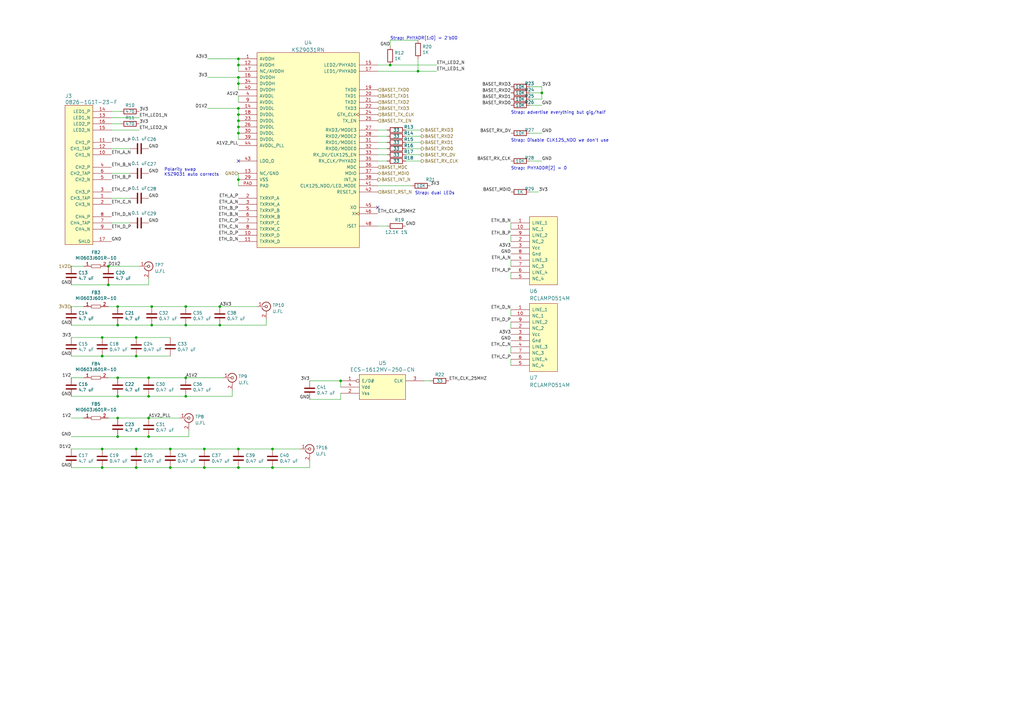
<source format=kicad_sch>
(kicad_sch (version 20211123) (generator eeschema)
  (paper "A3")
  (title_block (title "BaseT to BaseT1 Media Converter") (date "2024-01-25") (rev "0.1") (company "Antikernel Labs") (comment 1 "Andrew D. Zonenberg"))
  (lib_symbols
    (symbol "conn:CONN_COAXIAL" (pin_names (offset 1.016) hide)
      (property "Reference" "J" (at 0.254 3.048 0))
      (property "Value" "CONN_COAXIAL" (at 2.921 0 90))
      (symbol "CONN_COAXIAL_0_1"
        (arc (start -1.778 -0.508) (mid 0.222 -1.808) (end 1.778 0) (stroke (width 0.254)))
        (polyline (pts (xy -1.27 0) (xy -0.508 0)))
        (polyline (pts (xy 0 -2.54) (xy 0 -1.778)))
        (circle (center 0 0) (radius 0.508) (stroke (width 0.2032)))
        (arc (start 1.778 0) (mid 0.2221 1.8083) (end -1.778 0.508) (stroke (width 0.254)))
      )
      (symbol "CONN_COAXIAL_1_1"
        (pin passive line (at -3.81 0 0) (length 2.54) (name "In") (number "1"))
        (pin passive line (at 0 -5.08 90) (length 2.54) (name "Ext") (number "2"))
      )
    )
    (symbol "device:C" (pin_numbers hide) (pin_names (offset 0.254))
      (property "Reference" "C" (at 0.635 2.54 0))
      (property "Value" "C" (at 0.635 -2.54 0))
      (symbol "C_0_1"
        (polyline (pts (xy -2.032 -0.762) (xy 2.032 -0.762)) (stroke (width 0.508)))
        (polyline (pts (xy -2.032 0.762) (xy 2.032 0.762)) (stroke (width 0.508)))
      )
      (symbol "C_1_1"
        (pin passive line (at 0 3.81 270) (length 2.794) (name "~") (number "1"))
        (pin passive line (at 0 -3.81 90) (length 2.794) (name "~") (number "2"))
      )
    )
    (symbol "device:R" (pin_numbers hide) (pin_names (offset 0))
      (property "Reference" "R" (at 2.032 0 90))
      (property "Value" "R" (at 0 0 90))
      (symbol "R_0_1"
        (rectangle (start -1.016 -2.54) (end 1.016 2.54) (stroke (width 0.254)))
      )
      (symbol "R_1_1"
        (pin passive line (at 0 3.81 270) (length 1.27) (name "~") (number "1"))
        (pin passive line (at 0 -3.81 90) (length 1.27) (name "~") (number "2"))
      )
    )
    (symbol "osc-azonenberg:OSC" (pin_names (offset 1.016))
      (property "Reference" "U" (at 0 0 0))
      (property "Value" "OSC" (at 0 -2.54 0))
      (symbol "OSC_0_1"
        (rectangle (start -10.16 2.54) (end 8.89 -7.62) (fill (type background)))
      )
      (symbol "OSC_1_1"
        (pin input inverted (at -17.78 0 0) (length 7.62) (name "E/D#") (number "1"))
        (pin input line (at -17.78 -5.08 0) (length 7.62) (name "Vss") (number "2"))
        (pin output line (at 16.51 0 180) (length 7.62) (name "CLK") (number "3"))
        (pin power_in line (at -17.78 -2.54 0) (length 7.62) (name "Vdd") (number "4"))
      )
    )
    (symbol "passive-azonenberg:FERRITE_SMALL2" (pin_names (offset 1.016))
      (property "Reference" "FB" (at 0 2.54 0))
      (property "Value" "FERRITE_SMALL2" (at 0 -2.54 0))
      (symbol "FERRITE_SMALL2_0_1"
        (rectangle (start -1.905 0.635) (end 1.905 -0.635))
      )
      (symbol "FERRITE_SMALL2_1_1"
        (pin input line (at -5.08 0 0) (length 3.175) (name "~") (number "1"))
        (pin power_out line (at 5.08 0 180) (length 3.175) (name "~") (number "2"))
      )
    )
    (symbol "special-azonenberg:BEL_FUSE_0826-1G1T-23-F" (pin_names (offset 1.016))
      (property "Reference" "J" (at -8.89 -5.08 0))
      (property "Value" "BEL_FUSE_0826-1G1T-23-F" (at 10.16 -5.08 0))
      (symbol "BEL_FUSE_0826-1G1T-23-F_0_1"
        (rectangle (start 0 53.34) (end 11.43 -3.81) (fill (type background)))
      )
      (symbol "BEL_FUSE_0826-1G1T-23-F_1_1"
        (pin bidirectional line (at -7.62 15.24 0) (length 7.62) (name "CH3_TAP") (number "1"))
        (pin bidirectional line (at -7.62 33.02 0) (length 7.62) (name "CH1_N") (number "10"))
        (pin bidirectional line (at -7.62 38.1 0) (length 7.62) (name "CH1_P") (number "11"))
        (pin bidirectional line (at -7.62 35.56 0) (length 7.62) (name "CH1_TAP") (number "12"))
        (pin passive line (at -7.62 48.26 0) (length 7.62) (name "LED1_N") (number "13"))
        (pin passive line (at -7.62 50.8 0) (length 7.62) (name "LED1_P") (number "14"))
        (pin passive line (at -7.62 43.18 0) (length 7.62) (name "LED2_N") (number "15"))
        (pin passive line (at -7.62 45.72 0) (length 7.62) (name "LED2_P") (number "16"))
        (pin passive line (at -7.62 -2.54 0) (length 7.62) (name "SHLD") (number "17"))
        (pin bidirectional line (at -7.62 12.7 0) (length 7.62) (name "CH3_N") (number "2"))
        (pin bidirectional line (at -7.62 17.78 0) (length 7.62) (name "CH3_P") (number "3"))
        (pin bidirectional line (at -7.62 27.94 0) (length 7.62) (name "CH2_P") (number "4"))
        (pin bidirectional line (at -7.62 22.86 0) (length 7.62) (name "CH2_N") (number "5"))
        (pin bidirectional line (at -7.62 25.4 0) (length 7.62) (name "CH2_TAP") (number "6"))
        (pin bidirectional line (at -7.62 5.08 0) (length 7.62) (name "CH4_TAP") (number "7"))
        (pin bidirectional line (at -7.62 7.62 0) (length 7.62) (name "CH4_P") (number "8"))
        (pin bidirectional line (at -7.62 2.54 0) (length 7.62) (name "CH4_N") (number "9"))
      )
    )
    (symbol "special-azonenberg:KSZ9031RN" (pin_names (offset 1.016))
      (property "Reference" "U" (at 19.05 -2.54 0))
      (property "Value" "KSZ9031RN" (at 19.05 -5.08 0))
      (symbol "KSZ9031RN_0_1"
        (rectangle (start 0 80.01) (end 41.91 0) (fill (type background)))
      )
      (symbol "KSZ9031RN_1_1"
        (pin power_in line (at -7.62 77.47 0) (length 7.62) (name "AVDDH") (number "1"))
        (pin bidirectional line (at -7.62 5.08 0) (length 7.62) (name "TXRXP_D") (number "10"))
        (pin bidirectional line (at -7.62 2.54 0) (length 7.62) (name "TXRXM_D") (number "11"))
        (pin power_in line (at -7.62 74.93 0) (length 7.62) (name "AVDDH") (number "12"))
        (pin passive line (at -7.62 30.48 0) (length 7.62) (name "NC/GND") (number "13"))
        (pin power_in line (at -7.62 57.15 0) (length 7.62) (name "DVDDL") (number "14"))
        (pin bidirectional line (at 49.53 74.93 180) (length 7.62) (name "LED2/PHYAD1") (number "15"))
        (pin power_in line (at -7.62 69.85 0) (length 7.62) (name "DVDDH") (number "16"))
        (pin bidirectional line (at 49.53 72.39 180) (length 7.62) (name "LED1/PHYAD0") (number "17"))
        (pin power_in line (at -7.62 54.61 0) (length 7.62) (name "DVDDL") (number "18"))
        (pin input line (at 49.53 64.77 180) (length 7.62) (name "TXD0") (number "19"))
        (pin bidirectional line (at -7.62 20.32 0) (length 7.62) (name "TXRXP_A") (number "2"))
        (pin input line (at 49.53 62.23 180) (length 7.62) (name "TXD1") (number "20"))
        (pin input line (at 49.53 59.69 180) (length 7.62) (name "TXD2") (number "21"))
        (pin input line (at 49.53 57.15 180) (length 7.62) (name "TXD3") (number "22"))
        (pin power_in line (at -7.62 52.07 0) (length 7.62) (name "DVDDL") (number "23"))
        (pin input clock (at 49.53 54.61 180) (length 7.62) (name "GTX_CLK") (number "24"))
        (pin input line (at 49.53 52.07 180) (length 7.62) (name "TX_EN") (number "25"))
        (pin power_in line (at -7.62 49.53 0) (length 7.62) (name "DVDDL") (number "26"))
        (pin bidirectional line (at 49.53 48.26 180) (length 7.62) (name "RXD3/MODE3") (number "27"))
        (pin bidirectional line (at 49.53 45.72 180) (length 7.62) (name "RXD2/MODE2") (number "28"))
        (pin power_in line (at -7.62 27.94 0) (length 7.62) (name "VSS") (number "29"))
        (pin bidirectional line (at -7.62 17.78 0) (length 7.62) (name "TXRXM_A") (number "3"))
        (pin power_in line (at -7.62 46.99 0) (length 7.62) (name "DVDDL") (number "30"))
        (pin bidirectional line (at 49.53 43.18 180) (length 7.62) (name "RXD1/MODE1") (number "31"))
        (pin bidirectional line (at 49.53 40.64 180) (length 7.62) (name "RXD0/MODE0") (number "32"))
        (pin bidirectional line (at 49.53 38.1 180) (length 7.62) (name "RX_DV/CLK125_EN") (number "33"))
        (pin power_in line (at -7.62 67.31 0) (length 7.62) (name "DVDDH") (number "34"))
        (pin bidirectional line (at 49.53 35.56 180) (length 7.62) (name "RX_CLK/PHYAD2") (number "35"))
        (pin input line (at 49.53 33.02 180) (length 7.62) (name "MDC") (number "36"))
        (pin bidirectional line (at 49.53 30.48 180) (length 7.62) (name "MDIO") (number "37"))
        (pin output line (at 49.53 27.94 180) (length 7.62) (name "INT_N") (number "38"))
        (pin power_in line (at -7.62 44.45 0) (length 7.62) (name "DVDDL") (number "39"))
        (pin power_in line (at -7.62 62.23 0) (length 7.62) (name "AVDDL") (number "4"))
        (pin power_in line (at -7.62 64.77 0) (length 7.62) (name "DVDDH") (number "40"))
        (pin bidirectional line (at 49.53 25.4 180) (length 7.62) (name "CLK125_NDO/LED_MODE") (number "41"))
        (pin input line (at 49.53 22.86 180) (length 7.62) (name "RESET_N") (number "42"))
        (pin power_out line (at -7.62 35.56 0) (length 7.62) (name "LDO_O") (number "43"))
        (pin power_in line (at -7.62 41.91 0) (length 7.62) (name "AVDDL_PLL") (number "44"))
        (pin output line (at 49.53 16.51 180) (length 7.62) (name "XO") (number "45"))
        (pin input clock (at 49.53 13.97 180) (length 7.62) (name "XI") (number "46"))
        (pin passive line (at -7.62 72.39 0) (length 7.62) (name "NC/AVDDH") (number "47"))
        (pin bidirectional line (at 49.53 8.89 180) (length 7.62) (name "ISET") (number "48"))
        (pin bidirectional line (at -7.62 15.24 0) (length 7.62) (name "TXRXP_B") (number "5"))
        (pin bidirectional line (at -7.62 12.7 0) (length 7.62) (name "TXRXM_B") (number "6"))
        (pin bidirectional line (at -7.62 10.16 0) (length 7.62) (name "TXRXP_C") (number "7"))
        (pin bidirectional line (at -7.62 7.62 0) (length 7.62) (name "TXRXM_C") (number "8"))
        (pin power_in line (at -7.62 59.69 0) (length 7.62) (name "AVDDL") (number "9"))
        (pin power_in line (at -7.62 25.4 0) (length 7.62) (name "PAD") (number "PAD"))
      )
    )
    (symbol "special-azonenberg:RCLAMP0514M" (pin_names (offset 1.016))
      (property "Reference" "U" (at 5.08 -1.27 0))
      (property "Value" "RCLAMP0514M" (at 6.35 -3.81 0))
      (symbol "RCLAMP0514M_0_1"
        (rectangle (start 0 27.94) (end 11.43 0) (fill (type background)))
      )
      (symbol "RCLAMP0514M_1_1"
        (pin passive line (at -7.62 25.4 0) (length 7.62) (name "LINE_1") (number "1"))
        (pin passive line (at -7.62 22.86 0) (length 7.62) (name "NC_1") (number "10"))
        (pin passive line (at -7.62 17.78 0) (length 7.62) (name "NC_2") (number "2"))
        (pin power_in line (at -7.62 15.24 0) (length 7.62) (name "Vcc") (number "3"))
        (pin passive line (at -7.62 10.16 0) (length 7.62) (name "LINE_3") (number "4"))
        (pin passive line (at -7.62 2.54 0) (length 7.62) (name "NC_4") (number "5"))
        (pin passive line (at -7.62 5.08 0) (length 7.62) (name "LINE_4") (number "6"))
        (pin passive line (at -7.62 7.62 0) (length 7.62) (name "NC_3") (number "7"))
        (pin power_in line (at -7.62 12.7 0) (length 7.62) (name "Gnd") (number "8"))
        (pin passive line (at -7.62 20.32 0) (length 7.62) (name "LINE_2") (number "9"))
      )
    )
  )
  (junction (at 97.79 34.29))
  (junction (at 90.17 133.35))
  (junction (at 48.26 179.07))
  (junction (at 97.79 191.77))
  (junction (at 41.91 146.05))
  (junction (at 76.2 125.73))
  (junction (at 97.79 44.45))
  (junction (at 44.45 116.84))
  (junction (at 97.79 26.67))
  (junction (at 111.76 184.15))
  (junction (at 83.82 184.15))
  (junction (at 97.79 24.13))
  (junction (at 55.88 191.77))
  (junction (at 60.96 154.94))
  (junction (at 97.79 184.15))
  (junction (at 76.2 162.56))
  (junction (at 62.23 133.35))
  (junction (at 41.91 184.15))
  (junction (at 48.26 154.94))
  (junction (at 90.17 125.73))
  (junction (at 97.79 73.66))
  (junction (at 62.23 125.73))
  (junction (at 139.7 156.21))
  (junction (at 48.26 162.56))
  (junction (at 76.2 154.94))
  (junction (at 160.02 26.67))
  (junction (at 55.88 184.15))
  (junction (at 60.96 162.56))
  (junction (at 83.82 191.77))
  (junction (at 97.79 46.99))
  (junction (at 76.2 133.35))
  (junction (at 222.25 38.1))
  (junction (at 48.26 171.45))
  (junction (at 97.79 31.75))
  (junction (at 60.96 179.07))
  (junction (at 41.91 138.43))
  (junction (at 60.96 171.45))
  (junction (at 111.76 191.77))
  (junction (at 69.85 191.77))
  (junction (at 44.45 109.22))
  (junction (at 97.79 52.07))
  (junction (at 48.26 133.35))
  (junction (at 41.91 191.77))
  (junction (at 171.45 29.21))
  (junction (at 97.79 49.53))
  (junction (at 55.88 146.05))
  (junction (at 48.26 125.73))
  (junction (at 69.85 184.15))
  (junction (at 55.88 138.43))
  (junction (at 97.79 54.61))
  (no_connect (at 154.94 85.09))
  (no_connect (at 97.79 66.04))
  (wire (pts (xy 171.45 29.21) (xy 179.07 29.21)))
  (wire (pts (xy 41.91 138.43) (xy 55.88 138.43)))
  (wire (pts (xy 76.2 154.94) (xy 91.44 154.94)))
  (wire (pts (xy 97.79 39.37) (xy 97.79 41.91)))
  (wire (pts (xy 60.96 116.84) (xy 60.96 114.3)))
  (wire (pts (xy 97.79 44.45) (xy 97.79 46.99)))
  (wire (pts (xy 60.96 171.45) (xy 73.66 171.45)))
  (wire (pts (xy 217.17 38.1) (xy 222.25 38.1)))
  (wire (pts (xy 97.79 73.66) (xy 97.79 76.2)))
  (wire (pts (xy 209.55 127) (xy 209.55 129.54)))
  (wire (pts (xy 85.09 31.75) (xy 97.79 31.75)))
  (wire (pts (xy 109.22 133.35) (xy 109.22 130.81)))
  (wire (pts (xy 139.7 163.83) (xy 139.7 161.29)))
  (wire (pts (xy 97.79 31.75) (xy 97.79 34.29)))
  (wire (pts (xy 45.72 48.26) (xy 57.15 48.26)))
  (wire (pts (xy 209.55 96.52) (xy 209.55 99.06)))
  (wire (pts (xy 76.2 125.73) (xy 62.23 125.73)))
  (wire (pts (xy 90.17 125.73) (xy 76.2 125.73)))
  (wire (pts (xy 60.96 162.56) (xy 76.2 162.56)))
  (wire (pts (xy 209.55 147.32) (xy 209.55 149.86)))
  (wire (pts (xy 44.45 116.84) (xy 60.96 116.84)))
  (wire (pts (xy 29.21 109.22) (xy 34.29 109.22)))
  (wire (pts (xy 217.17 40.64) (xy 222.25 40.64)))
  (wire (pts (xy 139.7 156.21) (xy 139.7 158.75)))
  (wire (pts (xy 55.88 184.15) (xy 41.91 184.15)))
  (wire (pts (xy 60.96 154.94) (xy 48.26 154.94)))
  (wire (pts (xy 158.75 63.5) (xy 154.94 63.5)))
  (wire (pts (xy 85.09 24.13) (xy 97.79 24.13)))
  (wire (pts (xy 41.91 184.15) (xy 29.21 184.15)))
  (wire (pts (xy 76.2 133.35) (xy 90.17 133.35)))
  (wire (pts (xy 222.25 38.1) (xy 222.25 35.56)))
  (wire (pts (xy 209.55 91.44) (xy 209.55 93.98)))
  (wire (pts (xy 62.23 133.35) (xy 76.2 133.35)))
  (wire (pts (xy 44.45 125.73) (xy 48.26 125.73)))
  (wire (pts (xy 168.91 76.2) (xy 154.94 76.2)))
  (wire (pts (xy 85.09 44.45) (xy 97.79 44.45)))
  (wire (pts (xy 97.79 191.77) (xy 111.76 191.77)))
  (wire (pts (xy 158.75 53.34) (xy 154.94 53.34)))
  (wire (pts (xy 41.91 191.77) (xy 55.88 191.77)))
  (wire (pts (xy 34.29 125.73) (xy 29.21 125.73)))
  (wire (pts (xy 172.72 60.96) (xy 166.37 60.96)))
  (wire (pts (xy 48.26 162.56) (xy 60.96 162.56)))
  (wire (pts (xy 45.72 53.34) (xy 57.15 53.34)))
  (wire (pts (xy 34.29 154.94) (xy 29.21 154.94)))
  (wire (pts (xy 158.75 92.71) (xy 154.94 92.71)))
  (wire (pts (xy 179.07 26.67) (xy 160.02 26.67)))
  (wire (pts (xy 45.72 45.72) (xy 49.53 45.72)))
  (wire (pts (xy 76.2 154.94) (xy 60.96 154.94)))
  (wire (pts (xy 97.79 184.15) (xy 83.82 184.15)))
  (wire (pts (xy 48.26 154.94) (xy 44.45 154.94)))
  (wire (pts (xy 83.82 191.77) (xy 97.79 191.77)))
  (wire (pts (xy 97.79 34.29) (xy 97.79 36.83)))
  (wire (pts (xy 29.21 138.43) (xy 41.91 138.43)))
  (wire (pts (xy 154.94 26.67) (xy 160.02 26.67)))
  (wire (pts (xy 158.75 60.96) (xy 154.94 60.96)))
  (wire (pts (xy 217.17 35.56) (xy 222.25 35.56)))
  (wire (pts (xy 111.76 184.15) (xy 97.79 184.15)))
  (wire (pts (xy 29.21 179.07) (xy 48.26 179.07)))
  (wire (pts (xy 90.17 125.73) (xy 105.41 125.73)))
  (wire (pts (xy 97.79 54.61) (xy 97.79 57.15)))
  (wire (pts (xy 34.29 171.45) (xy 29.21 171.45)))
  (wire (pts (xy 44.45 109.22) (xy 57.15 109.22)))
  (wire (pts (xy 127 156.21) (xy 139.7 156.21)))
  (wire (pts (xy 41.91 146.05) (xy 55.88 146.05)))
  (wire (pts (xy 60.96 171.45) (xy 48.26 171.45)))
  (wire (pts (xy 97.79 26.67) (xy 97.79 29.21)))
  (wire (pts (xy 48.26 133.35) (xy 62.23 133.35)))
  (wire (pts (xy 166.37 63.5) (xy 172.72 63.5)))
  (wire (pts (xy 158.75 58.42) (xy 154.94 58.42)))
  (wire (pts (xy 172.72 55.88) (xy 166.37 55.88)))
  (wire (pts (xy 69.85 184.15) (xy 55.88 184.15)))
  (wire (pts (xy 48.26 171.45) (xy 44.45 171.45)))
  (wire (pts (xy 97.79 46.99) (xy 97.79 49.53)))
  (wire (pts (xy 220.98 78.74) (xy 217.17 78.74)))
  (wire (pts (xy 127 191.77) (xy 127 189.23)))
  (wire (pts (xy 171.45 29.21) (xy 154.94 29.21)))
  (wire (pts (xy 83.82 184.15) (xy 69.85 184.15)))
  (wire (pts (xy 69.85 191.77) (xy 83.82 191.77)))
  (wire (pts (xy 209.55 111.76) (xy 209.55 114.3)))
  (wire (pts (xy 172.72 66.04) (xy 166.37 66.04)))
  (wire (pts (xy 76.2 162.56) (xy 95.25 162.56)))
  (wire (pts (xy 29.21 133.35) (xy 48.26 133.35)))
  (wire (pts (xy 55.88 138.43) (xy 69.85 138.43)))
  (wire (pts (xy 97.79 24.13) (xy 97.79 26.67)))
  (wire (pts (xy 29.21 116.84) (xy 44.45 116.84)))
  (wire (pts (xy 160.02 19.05) (xy 160.02 16.51)))
  (wire (pts (xy 171.45 24.13) (xy 171.45 29.21)))
  (wire (pts (xy 111.76 191.77) (xy 127 191.77)))
  (wire (pts (xy 127 163.83) (xy 139.7 163.83)))
  (wire (pts (xy 222.25 66.04) (xy 217.17 66.04)))
  (wire (pts (xy 222.25 43.18) (xy 217.17 43.18)))
  (wire (pts (xy 62.23 125.73) (xy 48.26 125.73)))
  (wire (pts (xy 55.88 146.05) (xy 69.85 146.05)))
  (wire (pts (xy 222.25 54.61) (xy 217.17 54.61)))
  (wire (pts (xy 176.53 156.21) (xy 173.99 156.21)))
  (wire (pts (xy 160.02 16.51) (xy 171.45 16.51)))
  (wire (pts (xy 97.79 52.07) (xy 97.79 54.61)))
  (wire (pts (xy 60.96 179.07) (xy 77.47 179.07)))
  (wire (pts (xy 222.25 40.64) (xy 222.25 38.1)))
  (wire (pts (xy 97.79 49.53) (xy 97.79 52.07)))
  (wire (pts (xy 209.55 132.08) (xy 209.55 134.62)))
  (wire (pts (xy 166.37 58.42) (xy 172.72 58.42)))
  (wire (pts (xy 53.34 60.96) (xy 45.72 60.96)))
  (wire (pts (xy 209.55 106.68) (xy 209.55 109.22)))
  (wire (pts (xy 90.17 133.35) (xy 109.22 133.35)))
  (wire (pts (xy 29.21 146.05) (xy 41.91 146.05)))
  (wire (pts (xy 48.26 179.07) (xy 60.96 179.07)))
  (wire (pts (xy 77.47 179.07) (xy 77.47 176.53)))
  (wire (pts (xy 45.72 81.28) (xy 53.34 81.28)))
  (wire (pts (xy 158.75 55.88) (xy 154.94 55.88)))
  (wire (pts (xy 166.37 53.34) (xy 172.72 53.34)))
  (wire (pts (xy 29.21 191.77) (xy 41.91 191.77)))
  (wire (pts (xy 29.21 162.56) (xy 48.26 162.56)))
  (wire (pts (xy 53.34 71.12) (xy 45.72 71.12)))
  (wire (pts (xy 111.76 184.15) (xy 123.19 184.15)))
  (wire (pts (xy 97.79 71.12) (xy 97.79 73.66)))
  (wire (pts (xy 209.55 142.24) (xy 209.55 144.78)))
  (wire (pts (xy 55.88 191.77) (xy 69.85 191.77)))
  (wire (pts (xy 95.25 162.56) (xy 95.25 160.02)))
  (wire (pts (xy 158.75 66.04) (xy 154.94 66.04)))
  (wire (pts (xy 53.34 91.44) (xy 45.72 91.44)))
  (wire (pts (xy 49.53 50.8) (xy 45.72 50.8)))
  (text "Strap: advertise everything but gig/half" (at 209.55 46.99 0) (effects (font (size 1.27 1.27)) (justify left bottom)))
  (text "Strap: Disable CLK125_NDO we don't use" (at 209.55 58.42 0) (effects (font (size 1.27 1.27)) (justify left bottom)))
  (text "Strap: dual LEDs" (at 170.18 80.01 0) (effects (font (size 1.27 1.27)) (justify left bottom)))
  (text "Strap: PHYADDR[2] = 0" (at 209.55 69.85 0) (effects (font (size 1.27 1.27)) (justify left bottom)))
  (text "Polarity swap\nKSZ9031 auto corrects" (at 67.31 72.39 0) (effects (font (size 1.27 1.27)) (justify left bottom)))
  (text "Strap: PHYADR[1:0] = 2'b00" (at 160.02 16.51 0) (effects (font (size 1.27 1.27)) (justify left bottom)))
  (label "A3V3" (at 209.55 101.6 180))
  (label "ETH_B_P" (at 97.79 86.36 180))
  (label "3V3" (at 29.21 138.43 180))
  (label "ETH_LED2_N" (at 57.15 53.34 0))
  (label "GND" (at 166.37 92.71 0))
  (label "GND" (at 45.72 99.06 0))
  (label "GND" (at 29.21 179.07 180))
  (label "ETH_A_N" (at 45.72 63.5 0))
  (label "3V3" (at 127 156.21 180))
  (label "ETH_D_P" (at 97.79 96.52 180))
  (label "ETH_B_N" (at 209.55 91.44 180))
  (label "ETH_C_P" (at 45.72 78.74 0))
  (label "ETH_C_N" (at 45.72 83.82 0))
  (label "ETH_LED2_N" (at 179.07 26.67 0))
  (label "ETH_A_N" (at 97.79 83.82 180))
  (label "1V2" (at 29.21 171.45 180))
  (label "ETH_CLK_25MHZ" (at 184.15 156.21 0))
  (label "ETH_A_P" (at 45.72 58.42 0))
  (label "ETH_A_P" (at 97.79 81.28 180))
  (label "GND" (at 60.96 71.12 0))
  (label "GND" (at 60.96 81.28 0))
  (label "GND" (at 222.25 66.04 0))
  (label "GND" (at 29.21 133.35 180))
  (label "GND" (at 29.21 116.84 180))
  (label "A3V3" (at 209.55 137.16 180))
  (label "A1V2" (at 97.79 39.37 180))
  (label "BASET_MDIO" (at 209.55 78.74 180))
  (label "3V3" (at 220.98 78.74 0))
  (label "ETH_C_N" (at 209.55 142.24 180))
  (label "ETH_C_P" (at 97.79 91.44 180))
  (label "GND" (at 222.25 43.18 0))
  (label "BASET_RXD2" (at 209.55 38.1 180))
  (label "3V3" (at 85.09 31.75 180))
  (label "ETH_LED1_N" (at 179.07 29.21 0))
  (label "GND" (at 160.02 19.05 180))
  (label "GND" (at 60.96 60.96 0))
  (label "ETH_D_N" (at 209.55 127 180))
  (label "A1V2_PLL" (at 60.96 171.45 0))
  (label "GND" (at 222.25 54.61 0))
  (label "ETH_A_N" (at 209.55 106.68 180))
  (label "D1V2" (at 85.09 44.45 180))
  (label "GND" (at 29.21 162.56 180))
  (label "ETH_B_P" (at 45.72 73.66 0))
  (label "ETH_D_N" (at 45.72 88.9 0))
  (label "ETH_CLK_25MHZ" (at 154.94 87.63 0))
  (label "ETH_A_P" (at 209.55 111.76 180))
  (label "BASET_RX_CLK" (at 209.55 66.04 180))
  (label "A3V3" (at 90.17 125.73 0))
  (label "3V3" (at 57.15 50.8 0))
  (label "GND" (at 209.55 104.14 180))
  (label "ETH_B_N" (at 45.72 68.58 0))
  (label "GND" (at 29.21 146.05 180))
  (label "D1V2" (at 44.45 109.22 0))
  (label "ETH_B_N" (at 97.79 88.9 180))
  (label "3V3" (at 176.53 76.2 0))
  (label "ETH_LED1_N" (at 57.15 48.26 0))
  (label "ETH_C_N" (at 97.79 93.98 180))
  (label "BASET_RXD1" (at 209.55 40.64 180))
  (label "D1V2" (at 29.21 184.15 180))
  (label "ETH_C_P" (at 209.55 147.32 180))
  (label "BASET_RXD0" (at 209.55 43.18 180))
  (label "A3V3" (at 85.09 24.13 180))
  (label "A1V2_PLL" (at 97.79 59.69 180))
  (label "GND" (at 60.96 91.44 0))
  (label "ETH_D_P" (at 209.55 132.08 180))
  (label "ETH_D_N" (at 97.79 99.06 180))
  (label "3V3" (at 222.25 35.56 0))
  (label "ETH_B_P" (at 209.55 96.52 180))
  (label "BASET_RX_DV" (at 209.55 54.61 180))
  (label "3V3" (at 57.15 45.72 0))
  (label "1V2" (at 29.21 154.94 180))
  (label "ETH_D_P" (at 45.72 93.98 0))
  (label "BASET_RXD3" (at 209.55 35.56 180))
  (label "GND" (at 127 163.83 180))
  (label "A1V2" (at 76.2 154.94 0))
  (label "GND" (at 209.55 139.7 180))
  (label "GND" (at 29.21 191.77 180))
  (hierarchical_label "BASET_MDIO" (shape bidirectional) (at 154.94 71.12 0))
  (hierarchical_label "BASET_RX_CLK" (shape output) (at 172.72 66.04 0))
  (hierarchical_label "BASET_INT_N" (shape output) (at 154.94 73.66 0))
  (hierarchical_label "BASET_TXD2" (shape input) (at 154.94 41.91 0))
  (hierarchical_label "BASET_TXD1" (shape input) (at 154.94 39.37 0))
  (hierarchical_label "BASET_RXD2" (shape output) (at 172.72 55.88 0))
  (hierarchical_label "1V2" (shape input) (at 29.21 109.22 180))
  (hierarchical_label "3V3" (shape input) (at 29.21 125.73 180))
  (hierarchical_label "BASET_TX_EN" (shape input) (at 154.94 49.53 0))
  (hierarchical_label "BASET_RXD0" (shape output) (at 172.72 60.96 0))
  (hierarchical_label "BASET_MDC" (shape input) (at 154.94 68.58 0))
  (hierarchical_label "BASET_RXD1" (shape output) (at 172.72 58.42 0))
  (hierarchical_label "BASET_RST_N" (shape input) (at 154.94 78.74 0))
  (hierarchical_label "BASET_TXD3" (shape input) (at 154.94 44.45 0))
  (hierarchical_label "BASET_TX_CLK" (shape input) (at 154.94 46.99 0))
  (hierarchical_label "BASET_TXD0" (shape input) (at 154.94 36.83 0))
  (hierarchical_label "BASET_RXD3" (shape output) (at 172.72 53.34 0))
  (hierarchical_label "BASET_RX_DV" (shape output) (at 172.72 63.5 0))
  (hierarchical_label "GND" (shape input) (at 97.79 71.12 180))
  (symbol (lib_id "device:C") (at 55.88 187.96 0) (unit 1)
    (property "Reference" "C25" (at 58.801 186.7916 0) (effects (justify left)))
    (property "Value" "0.47 uF" (at 58.801 189.103 0) (effects (justify left)))
    (property "Footprint" "azonenberg_pcb:EIA_0402_CAP_NOSILK" (effects hide))
  )
  (symbol (lib_id "device:C") (at 69.85 187.96 0) (unit 1)
    (property "Reference" "C34" (at 72.771 186.7916 0) (effects (justify left)))
    (property "Value" "0.47 uF" (at 72.771 189.103 0) (effects (justify left)))
    (property "Footprint" "azonenberg_pcb:EIA_0402_CAP_NOSILK" (effects hide))
  )
  (symbol (lib_id "device:R") (at 162.56 60.96 270) (unit 1)
    (property "Reference" "R16" (at 167.64 59.69 90))
    (property "Value" "33" (at 162.56 60.96 90))
    (property "Footprint" "azonenberg_pcb:EIA_0402_RES_NOSILK" (effects hide))
  )
  (symbol (lib_id "device:C") (at 48.26 129.54 0) (unit 1)
    (property "Reference" "C21" (at 51.181 128.3716 0) (effects (justify left)))
    (property "Value" "4.7 uF" (at 51.181 130.683 0) (effects (justify left)))
    (property "Footprint" "azonenberg_pcb:EIA_0603_CAP_NOSILK" (effects hide))
  )
  (symbol (lib_id "device:R") (at 213.36 66.04 270) (unit 1)
    (property "Reference" "R28" (at 217.17 64.77 90))
    (property "Value" "10K" (at 213.36 66.04 90))
    (property "Footprint" "azonenberg_pcb:EIA_0402_RES_NOSILK" (effects hide))
  )
  (symbol (lib_id "device:C") (at 62.23 129.54 0) (unit 1)
    (property "Reference" "C32" (at 65.151 128.3716 0) (effects (justify left)))
    (property "Value" "0.47 uF" (at 65.151 130.683 0) (effects (justify left)))
    (property "Footprint" "azonenberg_pcb:EIA_0402_CAP_NOSILK" (effects hide))
  )
  (symbol (lib_id "device:C") (at 29.21 113.03 0) (unit 1)
    (property "Reference" "C13" (at 32.131 111.8616 0) (effects (justify left)))
    (property "Value" "4.7 uF" (at 32.131 114.173 0) (effects (justify left)))
    (property "Footprint" "azonenberg_pcb:EIA_0603_CAP_NOSILK" (effects hide))
  )
  (symbol (lib_id "device:C") (at 41.91 187.96 0) (unit 1)
    (property "Reference" "C19" (at 44.831 186.7916 0) (effects (justify left)))
    (property "Value" "0.47 uF" (at 44.831 189.103 0) (effects (justify left)))
    (property "Footprint" "azonenberg_pcb:EIA_0402_CAP_NOSILK" (effects hide))
  )
  (symbol (lib_id "passive-azonenberg:FERRITE_SMALL2") (at 39.37 109.22 0) (unit 1)
    (property "Reference" "FB2" (at 39.37 103.505 0))
    (property "Value" "MI0603J601R-10" (at 39.37 105.8164 0))
    (property "Footprint" "azonenberg_pcb:EIA_0603_INDUCTOR_NOSILK" (effects hide))
  )
  (symbol (lib_id "osc-azonenberg:OSC") (at 157.48 156.21 0) (unit 1)
    (property "Reference" "U5" (at 156.845 148.9202 0) (effects (font (size 1.524 1.524))))
    (property "Value" "ECS-1612MV-250-CN" (at 156.845 151.6126 0) (effects (font (size 1.524 1.524))))
    (property "Footprint" "azonenberg_pcb:OSCILLATOR_1.6x1.2" (effects hide))
  )
  (symbol (lib_id "device:R") (at 53.34 45.72 270) (unit 1)
    (property "Reference" "R10" (at 53.34 43.18 90))
    (property "Value" "470" (at 53.34 45.72 90))
    (property "Footprint" "azonenberg_pcb:EIA_0402_RES_NOSILK" (effects hide))
  )
  (symbol (lib_id "special-azonenberg:RCLAMP0514M") (at 217.17 116.84 0) (unit 1)
    (property "Reference" "U6" (at 217.17 119.38 0) (effects (font (size 1.524 1.524)) (justify left)))
    (property "Value" "RCLAMP0514M" (at 217.17 122.3734 0) (effects (font (size 1.524 1.524)) (justify left)))
    (property "Footprint" "azonenberg_pcb:SOP_10_0.5MM_3MM" (effects hide))
  )
  (symbol (lib_id "device:R") (at 213.36 78.74 270) (unit 1)
    (property "Reference" "R29" (at 217.17 77.47 90))
    (property "Value" "1K" (at 213.36 78.74 90))
    (property "Footprint" "azonenberg_pcb:EIA_0402_RES_NOSILK" (effects hide))
  )
  (symbol (lib_id "device:R") (at 180.34 156.21 270) (unit 1)
    (property "Reference" "R22" (at 180.34 153.67 90))
    (property "Value" "33" (at 180.34 156.21 90))
    (property "Footprint" "azonenberg_pcb:EIA_0402_RES_NOSILK" (effects hide))
  )
  (symbol (lib_id "device:C") (at 57.15 60.96 270) (unit 1)
    (property "Reference" "C26" (at 62.23 57.15 90))
    (property "Value" "0.1 uF" (at 57.15 56.8706 90))
    (property "Footprint" "azonenberg_pcb:EIA_0402_CAP_NOSILK" (effects hide))
  )
  (symbol (lib_id "device:C") (at 29.21 142.24 0) (unit 1)
    (property "Reference" "C15" (at 32.131 141.0716 0) (effects (justify left)))
    (property "Value" "4.7 uF" (at 32.131 143.383 0) (effects (justify left)))
    (property "Footprint" "azonenberg_pcb:EIA_0603_CAP_NOSILK" (effects hide))
  )
  (symbol (lib_id "device:C") (at 90.17 129.54 0) (unit 1)
    (property "Reference" "C38" (at 93.091 128.3716 0) (effects (justify left)))
    (property "Value" "0.47 uF" (at 93.091 130.683 0) (effects (justify left)))
    (property "Footprint" "azonenberg_pcb:EIA_0402_CAP_NOSILK" (effects hide))
  )
  (symbol (lib_id "device:C") (at 48.26 158.75 0) (unit 1)
    (property "Reference" "C22" (at 51.181 157.5816 0) (effects (justify left)))
    (property "Value" "4.7 uF" (at 51.181 159.893 0) (effects (justify left)))
    (property "Footprint" "azonenberg_pcb:EIA_0603_CAP_NOSILK" (effects hide))
  )
  (symbol (lib_id "device:C") (at 57.15 91.44 270) (unit 1)
    (property "Reference" "C29" (at 62.23 87.63 90))
    (property "Value" "0.1 uF" (at 57.15 87.3506 90))
    (property "Footprint" "azonenberg_pcb:EIA_0402_CAP_NOSILK" (effects hide))
  )
  (symbol (lib_id "device:R") (at 213.36 54.61 270) (unit 1)
    (property "Reference" "R27" (at 217.17 53.34 90))
    (property "Value" "10K" (at 213.36 54.61 90))
    (property "Footprint" "azonenberg_pcb:EIA_0402_RES_NOSILK" (effects hide))
  )
  (symbol (lib_id "device:R") (at 213.36 38.1 270) (unit 1)
    (property "Reference" "R24" (at 217.17 36.83 90))
    (property "Value" "10K" (at 213.36 38.1 90))
    (property "Footprint" "azonenberg_pcb:EIA_0402_RES_NOSILK" (effects hide))
  )
  (symbol (lib_id "passive-azonenberg:FERRITE_SMALL2") (at 39.37 125.73 0) (unit 1)
    (property "Reference" "FB3" (at 39.37 120.015 0))
    (property "Value" "MI0603J601R-10" (at 39.37 122.3264 0))
    (property "Footprint" "azonenberg_pcb:EIA_0603_INDUCTOR_NOSILK" (effects hide))
  )
  (symbol (lib_id "device:C") (at 69.85 142.24 0) (unit 1)
    (property "Reference" "C33" (at 72.771 141.0716 0) (effects (justify left)))
    (property "Value" "0.47 uF" (at 72.771 143.383 0) (effects (justify left)))
    (property "Footprint" "azonenberg_pcb:EIA_0402_CAP_NOSILK" (effects hide))
  )
  (symbol (lib_id "device:C") (at 97.79 187.96 0) (unit 1)
    (property "Reference" "C39" (at 100.711 186.7916 0) (effects (justify left)))
    (property "Value" "0.47 uF" (at 100.711 189.103 0) (effects (justify left)))
    (property "Footprint" "azonenberg_pcb:EIA_0402_CAP_NOSILK" (effects hide))
  )
  (symbol (lib_id "device:R") (at 213.36 40.64 270) (unit 1)
    (property "Reference" "R25" (at 217.17 39.37 90))
    (property "Value" "10K" (at 213.36 40.64 90))
    (property "Footprint" "azonenberg_pcb:EIA_0402_RES_NOSILK" (effects hide))
  )
  (symbol (lib_id "device:R") (at 162.56 58.42 270) (unit 1)
    (property "Reference" "R15" (at 167.64 57.15 90))
    (property "Value" "33" (at 162.56 58.42 90))
    (property "Footprint" "azonenberg_pcb:EIA_0402_RES_NOSILK" (effects hide))
  )
  (symbol (lib_id "device:C") (at 60.96 175.26 0) (unit 1)
    (property "Reference" "C31" (at 63.881 174.0916 0) (effects (justify left)))
    (property "Value" "0.47 uF" (at 63.881 176.403 0) (effects (justify left)))
    (property "Footprint" "azonenberg_pcb:EIA_0402_CAP_NOSILK" (effects hide))
  )
  (symbol (lib_id "device:C") (at 29.21 187.96 0) (unit 1)
    (property "Reference" "C17" (at 32.131 186.7916 0) (effects (justify left)))
    (property "Value" "4.7 uF" (at 32.131 189.103 0) (effects (justify left)))
    (property "Footprint" "azonenberg_pcb:EIA_0603_CAP_NOSILK" (effects hide))
  )
  (symbol (lib_id "device:R") (at 171.45 20.32 0) (unit 1)
    (property "Reference" "R20" (at 173.228 19.1516 0) (effects (justify left)))
    (property "Value" "1K" (at 173.228 21.463 0) (effects (justify left)))
    (property "Footprint" "azonenberg_pcb:EIA_0402_RES_NOSILK" (effects hide))
  )
  (symbol (lib_id "device:C") (at 29.21 158.75 0) (unit 1)
    (property "Reference" "C16" (at 32.131 157.5816 0) (effects (justify left)))
    (property "Value" "4.7 uF" (at 32.131 159.893 0) (effects (justify left)))
    (property "Footprint" "azonenberg_pcb:EIA_0603_CAP_NOSILK" (effects hide))
  )
  (symbol (lib_id "conn:CONN_COAXIAL") (at 109.22 125.73 0) (unit 1)
    (property "Reference" "TP10" (at 111.7601 125.1885 0) (effects (justify left)))
    (property "Value" "U.FL" (at 111.7601 127.7254 0) (effects (justify left)))
    (property "Footprint" "azonenberg_pcb:CONN_U.FL_TE_1909763-1" (effects hide))
  )
  (symbol (lib_id "device:C") (at 83.82 187.96 0) (unit 1)
    (property "Reference" "C37" (at 86.741 186.7916 0) (effects (justify left)))
    (property "Value" "0.47 uF" (at 86.741 189.103 0) (effects (justify left)))
    (property "Footprint" "azonenberg_pcb:EIA_0402_CAP_NOSILK" (effects hide))
  )
  (symbol (lib_id "device:C") (at 76.2 158.75 0) (unit 1)
    (property "Reference" "C36" (at 79.121 157.5816 0) (effects (justify left)))
    (property "Value" "0.47 uF" (at 79.121 159.893 0) (effects (justify left)))
    (property "Footprint" "azonenberg_pcb:EIA_0402_CAP_NOSILK" (effects hide))
  )
  (symbol (lib_id "device:R") (at 53.34 50.8 270) (unit 1)
    (property "Reference" "R11" (at 53.34 48.26 90))
    (property "Value" "470" (at 53.34 50.8 90))
    (property "Footprint" "azonenberg_pcb:EIA_0402_RES_NOSILK" (effects hide))
  )
  (symbol (lib_id "device:C") (at 57.15 71.12 270) (unit 1)
    (property "Reference" "C27" (at 62.23 67.31 90))
    (property "Value" "0.1 uF" (at 57.15 67.0306 90))
    (property "Footprint" "azonenberg_pcb:EIA_0402_CAP_NOSILK" (effects hide))
  )
  (symbol (lib_id "conn:CONN_COAXIAL") (at 95.25 154.94 0) (unit 1)
    (property "Reference" "TP9" (at 97.7901 154.3985 0) (effects (justify left)))
    (property "Value" "U.FL" (at 97.7901 156.9354 0) (effects (justify left)))
    (property "Footprint" "azonenberg_pcb:CONN_U.FL_TE_1909763-1" (effects hide))
  )
  (symbol (lib_id "device:R") (at 172.72 76.2 270) (unit 1)
    (property "Reference" "R21" (at 176.53 73.66 90))
    (property "Value" "10K" (at 172.72 76.2 90))
    (property "Footprint" "azonenberg_pcb:EIA_0402_RES_NOSILK" (effects hide))
  )
  (symbol (lib_id "passive-azonenberg:FERRITE_SMALL2") (at 39.37 154.94 0) (unit 1)
    (property "Reference" "FB4" (at 39.37 149.225 0))
    (property "Value" "MI0603J601R-10" (at 39.37 151.5364 0))
    (property "Footprint" "azonenberg_pcb:EIA_0603_INDUCTOR_NOSILK" (effects hide))
  )
  (symbol (lib_id "device:C") (at 60.96 158.75 0) (unit 1)
    (property "Reference" "C30" (at 63.881 157.5816 0) (effects (justify left)))
    (property "Value" "0.47 uF" (at 63.881 159.893 0) (effects (justify left)))
    (property "Footprint" "azonenberg_pcb:EIA_0402_CAP_NOSILK" (effects hide))
  )
  (symbol (lib_id "device:C") (at 48.26 175.26 0) (unit 1)
    (property "Reference" "C23" (at 51.181 174.0916 0) (effects (justify left)))
    (property "Value" "4.7 uF" (at 51.181 176.403 0) (effects (justify left)))
    (property "Footprint" "azonenberg_pcb:EIA_0603_CAP_NOSILK" (effects hide))
  )
  (symbol (lib_id "device:C") (at 29.21 129.54 0) (unit 1)
    (property "Reference" "C14" (at 32.131 128.3716 0) (effects (justify left)))
    (property "Value" "4.7 uF" (at 32.131 130.683 0) (effects (justify left)))
    (property "Footprint" "azonenberg_pcb:EIA_0603_CAP_NOSILK" (effects hide))
  )
  (symbol (lib_id "device:C") (at 111.76 187.96 0) (unit 1)
    (property "Reference" "C40" (at 114.681 186.7916 0) (effects (justify left)))
    (property "Value" "0.47 uF" (at 114.681 189.103 0) (effects (justify left)))
    (property "Footprint" "azonenberg_pcb:EIA_0402_CAP_NOSILK" (effects hide))
  )
  (symbol (lib_id "device:R") (at 213.36 43.18 270) (unit 1)
    (property "Reference" "R26" (at 217.17 41.91 90))
    (property "Value" "10K" (at 213.36 43.18 90))
    (property "Footprint" "azonenberg_pcb:EIA_0402_RES_NOSILK" (effects hide))
  )
  (symbol (lib_id "device:C") (at 76.2 129.54 0) (unit 1)
    (property "Reference" "C35" (at 79.121 128.3716 0) (effects (justify left)))
    (property "Value" "0.47 uF" (at 79.121 130.683 0) (effects (justify left)))
    (property "Footprint" "azonenberg_pcb:EIA_0402_CAP_NOSILK" (effects hide))
  )
  (symbol (lib_id "conn:CONN_COAXIAL") (at 60.96 109.22 0) (unit 1)
    (property "Reference" "TP7" (at 63.5001 108.6785 0) (effects (justify left)))
    (property "Value" "U.FL" (at 63.5001 111.2154 0) (effects (justify left)))
    (property "Footprint" "azonenberg_pcb:CONN_U.FL_TE_1909763-1" (effects hide))
  )
  (symbol (lib_id "special-azonenberg:BEL_FUSE_0826-1G1T-23-F") (at 38.1 96.52 0) (mirror y) (unit 1)
    (property "Reference" "J3" (at 26.67 39.37 0) (effects (font (size 1.524 1.524)) (justify right)))
    (property "Value" "0826-1G1T-23-F" (at 26.67 41.91 0) (effects (font (size 1.524 1.524)) (justify right)))
    (property "Footprint" "azonenberg_pcb:CONN_BELFUSE_0826_1G1T_23_F" (effects hide))
  )
  (symbol (lib_id "conn:CONN_COAXIAL") (at 127 184.15 0) (unit 1)
    (property "Reference" "TP16" (at 129.5401 183.6085 0) (effects (justify left)))
    (property "Value" "U.FL" (at 129.5401 186.1454 0) (effects (justify left)))
    (property "Footprint" "azonenberg_pcb:CONN_U.FL_TE_1909763-1" (effects hide))
  )
  (symbol (lib_id "device:C") (at 44.45 113.03 0) (unit 1)
    (property "Reference" "C20" (at 47.371 111.8616 0) (effects (justify left)))
    (property "Value" "4.7 uF" (at 47.371 114.173 0) (effects (justify left)))
    (property "Footprint" "azonenberg_pcb:EIA_0603_CAP_NOSILK" (effects hide))
  )
  (symbol (lib_id "device:R") (at 213.36 35.56 270) (unit 1)
    (property "Reference" "R23" (at 217.17 34.29 90))
    (property "Value" "10K" (at 213.36 35.56 90))
    (property "Footprint" "azonenberg_pcb:EIA_0402_RES_NOSILK" (effects hide))
  )
  (symbol (lib_id "device:R") (at 162.56 92.71 270) (unit 1)
    (property "Reference" "R19" (at 163.83 90.17 90))
    (property "Value" "12.1K 1%" (at 162.56 95.25 90))
    (property "Footprint" "azonenberg_pcb:EIA_0402_RES_NOSILK" (effects hide))
  )
  (symbol (lib_id "special-azonenberg:KSZ9031RN") (at 105.41 101.6 0) (unit 1)
    (property "Reference" "U4" (at 126.365 17.5059 0) (effects (font (size 1.524 1.524))))
    (property "Value" "KSZ9031RN" (at 126.365 20.4993 0) (effects (font (size 1.524 1.524))))
    (property "Footprint" "azonenberg_pcb:QFN_48_0.5MM_7x7MM" (effects hide))
  )
  (symbol (lib_id "device:C") (at 127 160.02 0) (unit 1)
    (property "Reference" "C41" (at 129.921 158.8516 0) (effects (justify left)))
    (property "Value" "0.47 uF" (at 129.921 161.163 0) (effects (justify left)))
    (property "Footprint" "azonenberg_pcb:EIA_0402_CAP_NOSILK" (effects hide))
  )
  (symbol (lib_id "device:C") (at 55.88 142.24 0) (unit 1)
    (property "Reference" "C24" (at 58.801 141.0716 0) (effects (justify left)))
    (property "Value" "0.47 uF" (at 58.801 143.383 0) (effects (justify left)))
    (property "Footprint" "azonenberg_pcb:EIA_0402_CAP_NOSILK" (effects hide))
  )
  (symbol (lib_id "device:R") (at 162.56 55.88 270) (unit 1)
    (property "Reference" "R14" (at 167.64 54.61 90))
    (property "Value" "33" (at 162.56 55.88 90))
    (property "Footprint" "azonenberg_pcb:EIA_0402_RES_NOSILK" (effects hide))
  )
  (symbol (lib_id "passive-azonenberg:FERRITE_SMALL2") (at 39.37 171.45 0) (unit 1)
    (property "Reference" "FB5" (at 39.37 165.735 0))
    (property "Value" "MI0603J601R-10" (at 39.37 168.0464 0))
    (property "Footprint" "azonenberg_pcb:EIA_0603_INDUCTOR_NOSILK" (effects hide))
  )
  (symbol (lib_id "device:R") (at 162.56 66.04 270) (unit 1)
    (property "Reference" "R18" (at 167.64 64.77 90))
    (property "Value" "33" (at 162.56 66.04 90))
    (property "Footprint" "azonenberg_pcb:EIA_0402_RES_NOSILK" (effects hide))
  )
  (symbol (lib_id "device:R") (at 162.56 63.5 270) (unit 1)
    (property "Reference" "R17" (at 167.64 62.23 90))
    (property "Value" "33" (at 162.56 63.5 90))
    (property "Footprint" "azonenberg_pcb:EIA_0402_RES_NOSILK" (effects hide))
  )
  (symbol (lib_id "special-azonenberg:RCLAMP0514M") (at 217.17 152.4 0) (unit 1)
    (property "Reference" "U7" (at 217.17 154.94 0) (effects (font (size 1.524 1.524)) (justify left)))
    (property "Value" "RCLAMP0514M" (at 217.17 157.9334 0) (effects (font (size 1.524 1.524)) (justify left)))
    (property "Footprint" "azonenberg_pcb:SOP_10_0.5MM_3MM" (effects hide))
  )
  (symbol (lib_id "conn:CONN_COAXIAL") (at 77.47 171.45 0) (unit 1)
    (property "Reference" "TP8" (at 80.0101 170.9085 0) (effects (justify left)))
    (property "Value" "U.FL" (at 80.0101 173.4454 0) (effects (justify left)))
    (property "Footprint" "azonenberg_pcb:CONN_U.FL_TE_1909763-1" (effects hide))
  )
  (symbol (lib_id "device:C") (at 41.91 142.24 0) (unit 1)
    (property "Reference" "C18" (at 44.831 141.0716 0) (effects (justify left)))
    (property "Value" "0.47 uF" (at 44.831 143.383 0) (effects (justify left)))
    (property "Footprint" "azonenberg_pcb:EIA_0402_CAP_NOSILK" (effects hide))
  )
  (symbol (lib_id "device:R") (at 160.02 22.86 0) (unit 1)
    (property "Reference" "R12" (at 161.798 21.6916 0) (effects (justify left)))
    (property "Value" "1K" (at 161.798 24.003 0) (effects (justify left)))
    (property "Footprint" "azonenberg_pcb:EIA_0402_RES_NOSILK" (effects hide))
  )
  (symbol (lib_id "device:R") (at 162.56 53.34 270) (unit 1)
    (property "Reference" "R13" (at 167.64 52.07 90))
    (property "Value" "33" (at 162.56 53.34 90))
    (property "Footprint" "azonenberg_pcb:EIA_0402_RES_NOSILK" (effects hide))
  )
  (symbol (lib_id "device:C") (at 57.15 81.28 270) (unit 1)
    (property "Reference" "C28" (at 62.23 77.47 90))
    (property "Value" "0.1 uF" (at 57.15 77.1906 90))
    (property "Footprint" "azonenberg_pcb:EIA_0402_CAP_NOSILK" (effects hide))
  )
)
</source>
